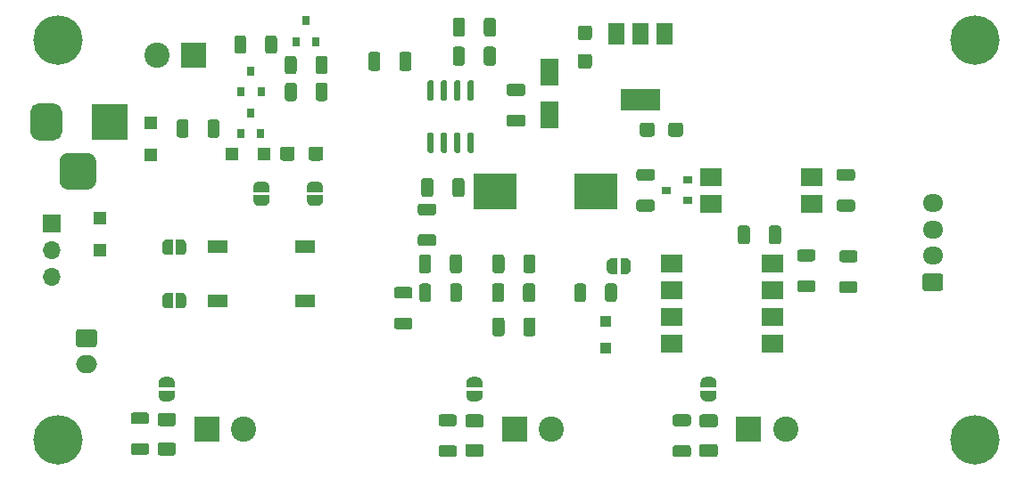
<source format=gbr>
G04 #@! TF.GenerationSoftware,KiCad,Pcbnew,5.1.10-88a1d61d58~90~ubuntu21.04.1*
G04 #@! TF.CreationDate,2021-08-23T14:43:40+02:00*
G04 #@! TF.ProjectId,DccDecoder,44636344-6563-46f6-9465-722e6b696361,rev?*
G04 #@! TF.SameCoordinates,Original*
G04 #@! TF.FileFunction,Soldermask,Top*
G04 #@! TF.FilePolarity,Negative*
%FSLAX46Y46*%
G04 Gerber Fmt 4.6, Leading zero omitted, Abs format (unit mm)*
G04 Created by KiCad (PCBNEW 5.1.10-88a1d61d58~90~ubuntu21.04.1) date 2021-08-23 14:43:40*
%MOMM*%
%LPD*%
G01*
G04 APERTURE LIST*
%ADD10R,1.220000X1.150000*%
%ADD11C,2.400000*%
%ADD12R,2.400000X2.400000*%
%ADD13C,4.700000*%
%ADD14C,0.100000*%
%ADD15O,1.950000X1.700000*%
%ADD16R,1.800000X2.500000*%
%ADD17R,1.000000X1.000000*%
%ADD18R,0.800000X0.900000*%
%ADD19R,4.100000X3.500000*%
%ADD20R,1.150000X1.220000*%
%ADD21R,3.500000X3.500000*%
%ADD22R,1.900000X1.200000*%
%ADD23R,1.500000X2.000000*%
%ADD24R,3.800000X2.000000*%
%ADD25O,1.700000X1.700000*%
%ADD26R,1.700000X1.700000*%
%ADD27R,2.000000X1.780000*%
%ADD28R,0.900000X0.800000*%
%ADD29O,2.000000X1.700000*%
G04 APERTURE END LIST*
G36*
G01*
X36372500Y-31759998D02*
X36372500Y-33010002D01*
G75*
G02*
X36122502Y-33260000I-249998J0D01*
G01*
X35497498Y-33260000D01*
G75*
G02*
X35247500Y-33010002I0J249998D01*
G01*
X35247500Y-31759998D01*
G75*
G02*
X35497498Y-31510000I249998J0D01*
G01*
X36122502Y-31510000D01*
G75*
G02*
X36372500Y-31759998I0J-249998D01*
G01*
G37*
G36*
G01*
X39297500Y-31759998D02*
X39297500Y-33010002D01*
G75*
G02*
X39047502Y-33260000I-249998J0D01*
G01*
X38422498Y-33260000D01*
G75*
G02*
X38172500Y-33010002I0J249998D01*
G01*
X38172500Y-31759998D01*
G75*
G02*
X38422498Y-31510000I249998J0D01*
G01*
X39047502Y-31510000D01*
G75*
G02*
X39297500Y-31759998I0J-249998D01*
G01*
G37*
D10*
X32800000Y-31825000D03*
X32800000Y-34925000D03*
D11*
X33330000Y-25400000D03*
D12*
X36830000Y-25400000D03*
G36*
G01*
X34915000Y-60690000D02*
X33665000Y-60690000D01*
G75*
G02*
X33415000Y-60440000I0J250000D01*
G01*
X33415000Y-59690000D01*
G75*
G02*
X33665000Y-59440000I250000J0D01*
G01*
X34915000Y-59440000D01*
G75*
G02*
X35165000Y-59690000I0J-250000D01*
G01*
X35165000Y-60440000D01*
G75*
G02*
X34915000Y-60690000I-250000J0D01*
G01*
G37*
G36*
G01*
X34915000Y-63490000D02*
X33665000Y-63490000D01*
G75*
G02*
X33415000Y-63240000I0J250000D01*
G01*
X33415000Y-62490000D01*
G75*
G02*
X33665000Y-62240000I250000J0D01*
G01*
X34915000Y-62240000D01*
G75*
G02*
X35165000Y-62490000I0J-250000D01*
G01*
X35165000Y-63240000D01*
G75*
G02*
X34915000Y-63490000I-250000J0D01*
G01*
G37*
D11*
X41600000Y-60960000D03*
D12*
X38100000Y-60960000D03*
D11*
X93035000Y-60960000D03*
D12*
X89535000Y-60960000D03*
D11*
X70810000Y-60960000D03*
D12*
X67310000Y-60960000D03*
D10*
X27940000Y-40868000D03*
X27940000Y-43968000D03*
D13*
X24000000Y-24000000D03*
D14*
G36*
X77866000Y-44716602D02*
G01*
X77890534Y-44716602D01*
X77939365Y-44721412D01*
X77987490Y-44730984D01*
X78034445Y-44745228D01*
X78079778Y-44764005D01*
X78123051Y-44787136D01*
X78163850Y-44814396D01*
X78201779Y-44845524D01*
X78236476Y-44880221D01*
X78267604Y-44918150D01*
X78294864Y-44958949D01*
X78317995Y-45002222D01*
X78336772Y-45047555D01*
X78351016Y-45094510D01*
X78360588Y-45142635D01*
X78365398Y-45191466D01*
X78365398Y-45216000D01*
X78366000Y-45216000D01*
X78366000Y-45716000D01*
X78365398Y-45716000D01*
X78365398Y-45740534D01*
X78360588Y-45789365D01*
X78351016Y-45837490D01*
X78336772Y-45884445D01*
X78317995Y-45929778D01*
X78294864Y-45973051D01*
X78267604Y-46013850D01*
X78236476Y-46051779D01*
X78201779Y-46086476D01*
X78163850Y-46117604D01*
X78123051Y-46144864D01*
X78079778Y-46167995D01*
X78034445Y-46186772D01*
X77987490Y-46201016D01*
X77939365Y-46210588D01*
X77890534Y-46215398D01*
X77866000Y-46215398D01*
X77866000Y-46216000D01*
X77366000Y-46216000D01*
X77366000Y-44716000D01*
X77866000Y-44716000D01*
X77866000Y-44716602D01*
G37*
G36*
X77066000Y-46216000D02*
G01*
X76566000Y-46216000D01*
X76566000Y-46215398D01*
X76541466Y-46215398D01*
X76492635Y-46210588D01*
X76444510Y-46201016D01*
X76397555Y-46186772D01*
X76352222Y-46167995D01*
X76308949Y-46144864D01*
X76268150Y-46117604D01*
X76230221Y-46086476D01*
X76195524Y-46051779D01*
X76164396Y-46013850D01*
X76137136Y-45973051D01*
X76114005Y-45929778D01*
X76095228Y-45884445D01*
X76080984Y-45837490D01*
X76071412Y-45789365D01*
X76066602Y-45740534D01*
X76066602Y-45716000D01*
X76066000Y-45716000D01*
X76066000Y-45216000D01*
X76066602Y-45216000D01*
X76066602Y-45191466D01*
X76071412Y-45142635D01*
X76080984Y-45094510D01*
X76095228Y-45047555D01*
X76114005Y-45002222D01*
X76137136Y-44958949D01*
X76164396Y-44918150D01*
X76195524Y-44880221D01*
X76230221Y-44845524D01*
X76268150Y-44814396D01*
X76308949Y-44787136D01*
X76352222Y-44764005D01*
X76397555Y-44745228D01*
X76444510Y-44730984D01*
X76492635Y-44721412D01*
X76541466Y-44716602D01*
X76566000Y-44716602D01*
X76566000Y-44716000D01*
X77066000Y-44716000D01*
X77066000Y-46216000D01*
G37*
D15*
X107000000Y-39500000D03*
X107000000Y-42000000D03*
X107000000Y-44500000D03*
G36*
G01*
X107725000Y-47850000D02*
X106275000Y-47850000D01*
G75*
G02*
X106025000Y-47600000I0J250000D01*
G01*
X106025000Y-46400000D01*
G75*
G02*
X106275000Y-46150000I250000J0D01*
G01*
X107725000Y-46150000D01*
G75*
G02*
X107975000Y-46400000I0J-250000D01*
G01*
X107975000Y-47600000D01*
G75*
G02*
X107725000Y-47850000I-250000J0D01*
G01*
G37*
D16*
X70612000Y-27051500D03*
X70612000Y-31051500D03*
D17*
X76000000Y-53250000D03*
X76000000Y-50750000D03*
G36*
G01*
X43637500Y-25025001D02*
X43637500Y-23774999D01*
G75*
G02*
X43887499Y-23525000I249999J0D01*
G01*
X44512501Y-23525000D01*
G75*
G02*
X44762500Y-23774999I0J-249999D01*
G01*
X44762500Y-25025001D01*
G75*
G02*
X44512501Y-25275000I-249999J0D01*
G01*
X43887499Y-25275000D01*
G75*
G02*
X43637500Y-25025001I0J249999D01*
G01*
G37*
G36*
G01*
X40712500Y-25025001D02*
X40712500Y-23774999D01*
G75*
G02*
X40962499Y-23525000I249999J0D01*
G01*
X41587501Y-23525000D01*
G75*
G02*
X41837500Y-23774999I0J-249999D01*
G01*
X41837500Y-25025001D01*
G75*
G02*
X41587501Y-25275000I-249999J0D01*
G01*
X40962499Y-25275000D01*
G75*
G02*
X40712500Y-25025001I0J249999D01*
G01*
G37*
G36*
G01*
X46637500Y-28274999D02*
X46637500Y-29525001D01*
G75*
G02*
X46387501Y-29775000I-249999J0D01*
G01*
X45762499Y-29775000D01*
G75*
G02*
X45512500Y-29525001I0J249999D01*
G01*
X45512500Y-28274999D01*
G75*
G02*
X45762499Y-28025000I249999J0D01*
G01*
X46387501Y-28025000D01*
G75*
G02*
X46637500Y-28274999I0J-249999D01*
G01*
G37*
G36*
G01*
X49562500Y-28274999D02*
X49562500Y-29525001D01*
G75*
G02*
X49312501Y-29775000I-249999J0D01*
G01*
X48687499Y-29775000D01*
G75*
G02*
X48437500Y-29525001I0J249999D01*
G01*
X48437500Y-28274999D01*
G75*
G02*
X48687499Y-28025000I249999J0D01*
G01*
X49312501Y-28025000D01*
G75*
G02*
X49562500Y-28274999I0J-249999D01*
G01*
G37*
D18*
X42300000Y-26900000D03*
X43250000Y-28900000D03*
X41350000Y-28900000D03*
D13*
X111000000Y-24000000D03*
X111000000Y-62000000D03*
X24000000Y-62000000D03*
D19*
X75000000Y-38400000D03*
X65500000Y-38400000D03*
G36*
G01*
X58374999Y-42437500D02*
X59625001Y-42437500D01*
G75*
G02*
X59875000Y-42687499I0J-249999D01*
G01*
X59875000Y-43312501D01*
G75*
G02*
X59625001Y-43562500I-249999J0D01*
G01*
X58374999Y-43562500D01*
G75*
G02*
X58125000Y-43312501I0J249999D01*
G01*
X58125000Y-42687499D01*
G75*
G02*
X58374999Y-42437500I249999J0D01*
G01*
G37*
G36*
G01*
X58374999Y-39512500D02*
X59625001Y-39512500D01*
G75*
G02*
X59875000Y-39762499I0J-249999D01*
G01*
X59875000Y-40387501D01*
G75*
G02*
X59625001Y-40637500I-249999J0D01*
G01*
X58374999Y-40637500D01*
G75*
G02*
X58125000Y-40387501I0J249999D01*
G01*
X58125000Y-39762499D01*
G75*
G02*
X58374999Y-39512500I249999J0D01*
G01*
G37*
G36*
G01*
X61187500Y-48625001D02*
X61187500Y-47374999D01*
G75*
G02*
X61437499Y-47125000I249999J0D01*
G01*
X62062501Y-47125000D01*
G75*
G02*
X62312500Y-47374999I0J-249999D01*
G01*
X62312500Y-48625001D01*
G75*
G02*
X62062501Y-48875000I-249999J0D01*
G01*
X61437499Y-48875000D01*
G75*
G02*
X61187500Y-48625001I0J249999D01*
G01*
G37*
G36*
G01*
X58262500Y-48625001D02*
X58262500Y-47374999D01*
G75*
G02*
X58512499Y-47125000I249999J0D01*
G01*
X59137501Y-47125000D01*
G75*
G02*
X59387500Y-47374999I0J-249999D01*
G01*
X59387500Y-48625001D01*
G75*
G02*
X59137501Y-48875000I-249999J0D01*
G01*
X58512499Y-48875000D01*
G75*
G02*
X58262500Y-48625001I0J249999D01*
G01*
G37*
G36*
G01*
X57375001Y-48562500D02*
X56124999Y-48562500D01*
G75*
G02*
X55875000Y-48312501I0J249999D01*
G01*
X55875000Y-47687499D01*
G75*
G02*
X56124999Y-47437500I249999J0D01*
G01*
X57375001Y-47437500D01*
G75*
G02*
X57625000Y-47687499I0J-249999D01*
G01*
X57625000Y-48312501D01*
G75*
G02*
X57375001Y-48562500I-249999J0D01*
G01*
G37*
G36*
G01*
X57375001Y-51487500D02*
X56124999Y-51487500D01*
G75*
G02*
X55875000Y-51237501I0J249999D01*
G01*
X55875000Y-50612499D01*
G75*
G02*
X56124999Y-50362500I249999J0D01*
G01*
X57375001Y-50362500D01*
G75*
G02*
X57625000Y-50612499I0J-249999D01*
G01*
X57625000Y-51237501D01*
G75*
G02*
X57375001Y-51487500I-249999J0D01*
G01*
G37*
G36*
G01*
X66325000Y-47349999D02*
X66325000Y-48650001D01*
G75*
G02*
X66075001Y-48900000I-249999J0D01*
G01*
X65424999Y-48900000D01*
G75*
G02*
X65175000Y-48650001I0J249999D01*
G01*
X65175000Y-47349999D01*
G75*
G02*
X65424999Y-47100000I249999J0D01*
G01*
X66075001Y-47100000D01*
G75*
G02*
X66325000Y-47349999I0J-249999D01*
G01*
G37*
G36*
G01*
X69275000Y-47349999D02*
X69275000Y-48650001D01*
G75*
G02*
X69025001Y-48900000I-249999J0D01*
G01*
X68374999Y-48900000D01*
G75*
G02*
X68125000Y-48650001I0J249999D01*
G01*
X68125000Y-47349999D01*
G75*
G02*
X68374999Y-47100000I249999J0D01*
G01*
X69025001Y-47100000D01*
G75*
G02*
X69275000Y-47349999I0J-249999D01*
G01*
G37*
G36*
G01*
X63005000Y-32750000D02*
X63305000Y-32750000D01*
G75*
G02*
X63455000Y-32900000I0J-150000D01*
G01*
X63455000Y-34550000D01*
G75*
G02*
X63305000Y-34700000I-150000J0D01*
G01*
X63005000Y-34700000D01*
G75*
G02*
X62855000Y-34550000I0J150000D01*
G01*
X62855000Y-32900000D01*
G75*
G02*
X63005000Y-32750000I150000J0D01*
G01*
G37*
G36*
G01*
X61735000Y-32750000D02*
X62035000Y-32750000D01*
G75*
G02*
X62185000Y-32900000I0J-150000D01*
G01*
X62185000Y-34550000D01*
G75*
G02*
X62035000Y-34700000I-150000J0D01*
G01*
X61735000Y-34700000D01*
G75*
G02*
X61585000Y-34550000I0J150000D01*
G01*
X61585000Y-32900000D01*
G75*
G02*
X61735000Y-32750000I150000J0D01*
G01*
G37*
G36*
G01*
X60465000Y-32750000D02*
X60765000Y-32750000D01*
G75*
G02*
X60915000Y-32900000I0J-150000D01*
G01*
X60915000Y-34550000D01*
G75*
G02*
X60765000Y-34700000I-150000J0D01*
G01*
X60465000Y-34700000D01*
G75*
G02*
X60315000Y-34550000I0J150000D01*
G01*
X60315000Y-32900000D01*
G75*
G02*
X60465000Y-32750000I150000J0D01*
G01*
G37*
G36*
G01*
X59195000Y-32750000D02*
X59495000Y-32750000D01*
G75*
G02*
X59645000Y-32900000I0J-150000D01*
G01*
X59645000Y-34550000D01*
G75*
G02*
X59495000Y-34700000I-150000J0D01*
G01*
X59195000Y-34700000D01*
G75*
G02*
X59045000Y-34550000I0J150000D01*
G01*
X59045000Y-32900000D01*
G75*
G02*
X59195000Y-32750000I150000J0D01*
G01*
G37*
G36*
G01*
X59195000Y-27800000D02*
X59495000Y-27800000D01*
G75*
G02*
X59645000Y-27950000I0J-150000D01*
G01*
X59645000Y-29600000D01*
G75*
G02*
X59495000Y-29750000I-150000J0D01*
G01*
X59195000Y-29750000D01*
G75*
G02*
X59045000Y-29600000I0J150000D01*
G01*
X59045000Y-27950000D01*
G75*
G02*
X59195000Y-27800000I150000J0D01*
G01*
G37*
G36*
G01*
X60465000Y-27800000D02*
X60765000Y-27800000D01*
G75*
G02*
X60915000Y-27950000I0J-150000D01*
G01*
X60915000Y-29600000D01*
G75*
G02*
X60765000Y-29750000I-150000J0D01*
G01*
X60465000Y-29750000D01*
G75*
G02*
X60315000Y-29600000I0J150000D01*
G01*
X60315000Y-27950000D01*
G75*
G02*
X60465000Y-27800000I150000J0D01*
G01*
G37*
G36*
G01*
X61735000Y-27800000D02*
X62035000Y-27800000D01*
G75*
G02*
X62185000Y-27950000I0J-150000D01*
G01*
X62185000Y-29600000D01*
G75*
G02*
X62035000Y-29750000I-150000J0D01*
G01*
X61735000Y-29750000D01*
G75*
G02*
X61585000Y-29600000I0J150000D01*
G01*
X61585000Y-27950000D01*
G75*
G02*
X61735000Y-27800000I150000J0D01*
G01*
G37*
G36*
G01*
X63005000Y-27800000D02*
X63305000Y-27800000D01*
G75*
G02*
X63455000Y-27950000I0J-150000D01*
G01*
X63455000Y-29600000D01*
G75*
G02*
X63305000Y-29750000I-150000J0D01*
G01*
X63005000Y-29750000D01*
G75*
G02*
X62855000Y-29600000I0J150000D01*
G01*
X62855000Y-27950000D01*
G75*
G02*
X63005000Y-27800000I150000J0D01*
G01*
G37*
D20*
X40470000Y-34770000D03*
X43570000Y-34770000D03*
G36*
G01*
X66350000Y-44599999D02*
X66350000Y-45900001D01*
G75*
G02*
X66100001Y-46150000I-249999J0D01*
G01*
X65449999Y-46150000D01*
G75*
G02*
X65200000Y-45900001I0J249999D01*
G01*
X65200000Y-44599999D01*
G75*
G02*
X65449999Y-44350000I249999J0D01*
G01*
X66100001Y-44350000D01*
G75*
G02*
X66350000Y-44599999I0J-249999D01*
G01*
G37*
G36*
G01*
X69300000Y-44599999D02*
X69300000Y-45900001D01*
G75*
G02*
X69050001Y-46150000I-249999J0D01*
G01*
X68399999Y-46150000D01*
G75*
G02*
X68150000Y-45900001I0J249999D01*
G01*
X68150000Y-44599999D01*
G75*
G02*
X68399999Y-44350000I249999J0D01*
G01*
X69050001Y-44350000D01*
G75*
G02*
X69300000Y-44599999I0J-249999D01*
G01*
G37*
G36*
G01*
X54575000Y-25349999D02*
X54575000Y-26650001D01*
G75*
G02*
X54325001Y-26900000I-249999J0D01*
G01*
X53674999Y-26900000D01*
G75*
G02*
X53425000Y-26650001I0J249999D01*
G01*
X53425000Y-25349999D01*
G75*
G02*
X53674999Y-25100000I249999J0D01*
G01*
X54325001Y-25100000D01*
G75*
G02*
X54575000Y-25349999I0J-249999D01*
G01*
G37*
G36*
G01*
X57525000Y-25349999D02*
X57525000Y-26650001D01*
G75*
G02*
X57275001Y-26900000I-249999J0D01*
G01*
X56624999Y-26900000D01*
G75*
G02*
X56375000Y-26650001I0J249999D01*
G01*
X56375000Y-25349999D01*
G75*
G02*
X56624999Y-25100000I249999J0D01*
G01*
X57275001Y-25100000D01*
G75*
G02*
X57525000Y-25349999I0J-249999D01*
G01*
G37*
G36*
G01*
X61175000Y-45900001D02*
X61175000Y-44599999D01*
G75*
G02*
X61424999Y-44350000I249999J0D01*
G01*
X62075001Y-44350000D01*
G75*
G02*
X62325000Y-44599999I0J-249999D01*
G01*
X62325000Y-45900001D01*
G75*
G02*
X62075001Y-46150000I-249999J0D01*
G01*
X61424999Y-46150000D01*
G75*
G02*
X61175000Y-45900001I0J249999D01*
G01*
G37*
G36*
G01*
X58225000Y-45900001D02*
X58225000Y-44599999D01*
G75*
G02*
X58474999Y-44350000I249999J0D01*
G01*
X59125001Y-44350000D01*
G75*
G02*
X59375000Y-44599999I0J-249999D01*
G01*
X59375000Y-45900001D01*
G75*
G02*
X59125001Y-46150000I-249999J0D01*
G01*
X58474999Y-46150000D01*
G75*
G02*
X58225000Y-45900001I0J249999D01*
G01*
G37*
G36*
G01*
X64400000Y-23400001D02*
X64400000Y-22099999D01*
G75*
G02*
X64649999Y-21850000I249999J0D01*
G01*
X65300001Y-21850000D01*
G75*
G02*
X65550000Y-22099999I0J-249999D01*
G01*
X65550000Y-23400001D01*
G75*
G02*
X65300001Y-23650000I-249999J0D01*
G01*
X64649999Y-23650000D01*
G75*
G02*
X64400000Y-23400001I0J249999D01*
G01*
G37*
G36*
G01*
X61450000Y-23400001D02*
X61450000Y-22099999D01*
G75*
G02*
X61699999Y-21850000I249999J0D01*
G01*
X62350001Y-21850000D01*
G75*
G02*
X62600000Y-22099999I0J-249999D01*
G01*
X62600000Y-23400001D01*
G75*
G02*
X62350001Y-23650000I-249999J0D01*
G01*
X61699999Y-23650000D01*
G75*
G02*
X61450000Y-23400001I0J249999D01*
G01*
G37*
G36*
G01*
X61400000Y-38650001D02*
X61400000Y-37349999D01*
G75*
G02*
X61649999Y-37100000I249999J0D01*
G01*
X62300001Y-37100000D01*
G75*
G02*
X62550000Y-37349999I0J-249999D01*
G01*
X62550000Y-38650001D01*
G75*
G02*
X62300001Y-38900000I-249999J0D01*
G01*
X61649999Y-38900000D01*
G75*
G02*
X61400000Y-38650001I0J249999D01*
G01*
G37*
G36*
G01*
X58450000Y-38650001D02*
X58450000Y-37349999D01*
G75*
G02*
X58699999Y-37100000I249999J0D01*
G01*
X59350001Y-37100000D01*
G75*
G02*
X59600000Y-37349999I0J-249999D01*
G01*
X59600000Y-38650001D01*
G75*
G02*
X59350001Y-38900000I-249999J0D01*
G01*
X58699999Y-38900000D01*
G75*
G02*
X58450000Y-38650001I0J249999D01*
G01*
G37*
G36*
G01*
X99625001Y-45100000D02*
X98374999Y-45100000D01*
G75*
G02*
X98125000Y-44850001I0J249999D01*
G01*
X98125000Y-44224999D01*
G75*
G02*
X98374999Y-43975000I249999J0D01*
G01*
X99625001Y-43975000D01*
G75*
G02*
X99875000Y-44224999I0J-249999D01*
G01*
X99875000Y-44850001D01*
G75*
G02*
X99625001Y-45100000I-249999J0D01*
G01*
G37*
G36*
G01*
X99625001Y-48025000D02*
X98374999Y-48025000D01*
G75*
G02*
X98125000Y-47775001I0J249999D01*
G01*
X98125000Y-47149999D01*
G75*
G02*
X98374999Y-46900000I249999J0D01*
G01*
X99625001Y-46900000D01*
G75*
G02*
X99875000Y-47149999I0J-249999D01*
G01*
X99875000Y-47775001D01*
G75*
G02*
X99625001Y-48025000I-249999J0D01*
G01*
G37*
G36*
G01*
X95625001Y-45012500D02*
X94374999Y-45012500D01*
G75*
G02*
X94125000Y-44762501I0J249999D01*
G01*
X94125000Y-44137499D01*
G75*
G02*
X94374999Y-43887500I249999J0D01*
G01*
X95625001Y-43887500D01*
G75*
G02*
X95875000Y-44137499I0J-249999D01*
G01*
X95875000Y-44762501D01*
G75*
G02*
X95625001Y-45012500I-249999J0D01*
G01*
G37*
G36*
G01*
X95625001Y-47937500D02*
X94374999Y-47937500D01*
G75*
G02*
X94125000Y-47687501I0J249999D01*
G01*
X94125000Y-47062499D01*
G75*
G02*
X94374999Y-46812500I249999J0D01*
G01*
X95625001Y-46812500D01*
G75*
G02*
X95875000Y-47062499I0J-249999D01*
G01*
X95875000Y-47687501D01*
G75*
G02*
X95625001Y-47937500I-249999J0D01*
G01*
G37*
G36*
G01*
X98124999Y-39150000D02*
X99375001Y-39150000D01*
G75*
G02*
X99625000Y-39399999I0J-249999D01*
G01*
X99625000Y-40025001D01*
G75*
G02*
X99375001Y-40275000I-249999J0D01*
G01*
X98124999Y-40275000D01*
G75*
G02*
X97875000Y-40025001I0J249999D01*
G01*
X97875000Y-39399999D01*
G75*
G02*
X98124999Y-39150000I249999J0D01*
G01*
G37*
G36*
G01*
X98124999Y-36225000D02*
X99375001Y-36225000D01*
G75*
G02*
X99625000Y-36474999I0J-249999D01*
G01*
X99625000Y-37100001D01*
G75*
G02*
X99375001Y-37350000I-249999J0D01*
G01*
X98124999Y-37350000D01*
G75*
G02*
X97875000Y-37100001I0J249999D01*
G01*
X97875000Y-36474999D01*
G75*
G02*
X98124999Y-36225000I249999J0D01*
G01*
G37*
G36*
G01*
X74100000Y-47374999D02*
X74100000Y-48625001D01*
G75*
G02*
X73850001Y-48875000I-249999J0D01*
G01*
X73224999Y-48875000D01*
G75*
G02*
X72975000Y-48625001I0J249999D01*
G01*
X72975000Y-47374999D01*
G75*
G02*
X73224999Y-47125000I249999J0D01*
G01*
X73850001Y-47125000D01*
G75*
G02*
X74100000Y-47374999I0J-249999D01*
G01*
G37*
G36*
G01*
X77025000Y-47374999D02*
X77025000Y-48625001D01*
G75*
G02*
X76775001Y-48875000I-249999J0D01*
G01*
X76149999Y-48875000D01*
G75*
G02*
X75900000Y-48625001I0J249999D01*
G01*
X75900000Y-47374999D01*
G75*
G02*
X76149999Y-47125000I249999J0D01*
G01*
X76775001Y-47125000D01*
G75*
G02*
X77025000Y-47374999I0J-249999D01*
G01*
G37*
G36*
G01*
X47750000Y-35195001D02*
X47750000Y-34344999D01*
G75*
G02*
X47999999Y-34095000I249999J0D01*
G01*
X48900001Y-34095000D01*
G75*
G02*
X49150000Y-34344999I0J-249999D01*
G01*
X49150000Y-35195001D01*
G75*
G02*
X48900001Y-35445000I-249999J0D01*
G01*
X47999999Y-35445000D01*
G75*
G02*
X47750000Y-35195001I0J249999D01*
G01*
G37*
G36*
G01*
X45050000Y-35195001D02*
X45050000Y-34344999D01*
G75*
G02*
X45299999Y-34095000I249999J0D01*
G01*
X46200001Y-34095000D01*
G75*
G02*
X46450000Y-34344999I0J-249999D01*
G01*
X46450000Y-35195001D01*
G75*
G02*
X46200001Y-35445000I-249999J0D01*
G01*
X45299999Y-35445000D01*
G75*
G02*
X45050000Y-35195001I0J249999D01*
G01*
G37*
G36*
G01*
X89650000Y-41849999D02*
X89650000Y-43150001D01*
G75*
G02*
X89400001Y-43400000I-249999J0D01*
G01*
X88749999Y-43400000D01*
G75*
G02*
X88500000Y-43150001I0J249999D01*
G01*
X88500000Y-41849999D01*
G75*
G02*
X88749999Y-41600000I249999J0D01*
G01*
X89400001Y-41600000D01*
G75*
G02*
X89650000Y-41849999I0J-249999D01*
G01*
G37*
G36*
G01*
X92600000Y-41849999D02*
X92600000Y-43150001D01*
G75*
G02*
X92350001Y-43400000I-249999J0D01*
G01*
X91699999Y-43400000D01*
G75*
G02*
X91450000Y-43150001I0J249999D01*
G01*
X91450000Y-41849999D01*
G75*
G02*
X91699999Y-41600000I249999J0D01*
G01*
X92350001Y-41600000D01*
G75*
G02*
X92600000Y-41849999I0J-249999D01*
G01*
G37*
G36*
G01*
X83810002Y-60695000D02*
X82559998Y-60695000D01*
G75*
G02*
X82310000Y-60445002I0J249998D01*
G01*
X82310000Y-59819998D01*
G75*
G02*
X82559998Y-59570000I249998J0D01*
G01*
X83810002Y-59570000D01*
G75*
G02*
X84060000Y-59819998I0J-249998D01*
G01*
X84060000Y-60445002D01*
G75*
G02*
X83810002Y-60695000I-249998J0D01*
G01*
G37*
G36*
G01*
X83810002Y-63620000D02*
X82559998Y-63620000D01*
G75*
G02*
X82310000Y-63370002I0J249998D01*
G01*
X82310000Y-62744998D01*
G75*
G02*
X82559998Y-62495000I249998J0D01*
G01*
X83810002Y-62495000D01*
G75*
G02*
X84060000Y-62744998I0J-249998D01*
G01*
X84060000Y-63370002D01*
G75*
G02*
X83810002Y-63620000I-249998J0D01*
G01*
G37*
G36*
G01*
X66350000Y-50599999D02*
X66350000Y-51900001D01*
G75*
G02*
X66100001Y-52150000I-249999J0D01*
G01*
X65449999Y-52150000D01*
G75*
G02*
X65200000Y-51900001I0J249999D01*
G01*
X65200000Y-50599999D01*
G75*
G02*
X65449999Y-50350000I249999J0D01*
G01*
X66100001Y-50350000D01*
G75*
G02*
X66350000Y-50599999I0J-249999D01*
G01*
G37*
G36*
G01*
X69300000Y-50599999D02*
X69300000Y-51900001D01*
G75*
G02*
X69050001Y-52150000I-249999J0D01*
G01*
X68399999Y-52150000D01*
G75*
G02*
X68150000Y-51900001I0J249999D01*
G01*
X68150000Y-50599999D01*
G75*
G02*
X68399999Y-50350000I249999J0D01*
G01*
X69050001Y-50350000D01*
G75*
G02*
X69300000Y-50599999I0J-249999D01*
G01*
G37*
G36*
G01*
X66799999Y-31075000D02*
X68100001Y-31075000D01*
G75*
G02*
X68350000Y-31324999I0J-249999D01*
G01*
X68350000Y-31975001D01*
G75*
G02*
X68100001Y-32225000I-249999J0D01*
G01*
X66799999Y-32225000D01*
G75*
G02*
X66550000Y-31975001I0J249999D01*
G01*
X66550000Y-31324999D01*
G75*
G02*
X66799999Y-31075000I249999J0D01*
G01*
G37*
G36*
G01*
X66799999Y-28125000D02*
X68100001Y-28125000D01*
G75*
G02*
X68350000Y-28374999I0J-249999D01*
G01*
X68350000Y-29025001D01*
G75*
G02*
X68100001Y-29275000I-249999J0D01*
G01*
X66799999Y-29275000D01*
G75*
G02*
X66550000Y-29025001I0J249999D01*
G01*
X66550000Y-28374999D01*
G75*
G02*
X66799999Y-28125000I249999J0D01*
G01*
G37*
G36*
G01*
X64400000Y-26150001D02*
X64400000Y-24849999D01*
G75*
G02*
X64649999Y-24600000I249999J0D01*
G01*
X65300001Y-24600000D01*
G75*
G02*
X65550000Y-24849999I0J-249999D01*
G01*
X65550000Y-26150001D01*
G75*
G02*
X65300001Y-26400000I-249999J0D01*
G01*
X64649999Y-26400000D01*
G75*
G02*
X64400000Y-26150001I0J249999D01*
G01*
G37*
G36*
G01*
X61450000Y-26150001D02*
X61450000Y-24849999D01*
G75*
G02*
X61699999Y-24600000I249999J0D01*
G01*
X62350001Y-24600000D01*
G75*
G02*
X62600000Y-24849999I0J-249999D01*
G01*
X62600000Y-26150001D01*
G75*
G02*
X62350001Y-26400000I-249999J0D01*
G01*
X61699999Y-26400000D01*
G75*
G02*
X61450000Y-26150001I0J249999D01*
G01*
G37*
G36*
G01*
X24110000Y-37325000D02*
X24110000Y-35575000D01*
G75*
G02*
X24985000Y-34700000I875000J0D01*
G01*
X26735000Y-34700000D01*
G75*
G02*
X27610000Y-35575000I0J-875000D01*
G01*
X27610000Y-37325000D01*
G75*
G02*
X26735000Y-38200000I-875000J0D01*
G01*
X24985000Y-38200000D01*
G75*
G02*
X24110000Y-37325000I0J875000D01*
G01*
G37*
G36*
G01*
X21360000Y-32750000D02*
X21360000Y-30750000D01*
G75*
G02*
X22110000Y-30000000I750000J0D01*
G01*
X23610000Y-30000000D01*
G75*
G02*
X24360000Y-30750000I0J-750000D01*
G01*
X24360000Y-32750000D01*
G75*
G02*
X23610000Y-33500000I-750000J0D01*
G01*
X22110000Y-33500000D01*
G75*
G02*
X21360000Y-32750000I0J750000D01*
G01*
G37*
D21*
X28860000Y-31750000D03*
G36*
G01*
X61585002Y-60695000D02*
X60334998Y-60695000D01*
G75*
G02*
X60085000Y-60445002I0J249998D01*
G01*
X60085000Y-59819998D01*
G75*
G02*
X60334998Y-59570000I249998J0D01*
G01*
X61585002Y-59570000D01*
G75*
G02*
X61835000Y-59819998I0J-249998D01*
G01*
X61835000Y-60445002D01*
G75*
G02*
X61585002Y-60695000I-249998J0D01*
G01*
G37*
G36*
G01*
X61585002Y-63620000D02*
X60334998Y-63620000D01*
G75*
G02*
X60085000Y-63370002I0J249998D01*
G01*
X60085000Y-62744998D01*
G75*
G02*
X60334998Y-62495000I249998J0D01*
G01*
X61585002Y-62495000D01*
G75*
G02*
X61835000Y-62744998I0J-249998D01*
G01*
X61835000Y-63370002D01*
G75*
G02*
X61585002Y-63620000I-249998J0D01*
G01*
G37*
G36*
G01*
X32375002Y-60502500D02*
X31124998Y-60502500D01*
G75*
G02*
X30875000Y-60252502I0J249998D01*
G01*
X30875000Y-59627498D01*
G75*
G02*
X31124998Y-59377500I249998J0D01*
G01*
X32375002Y-59377500D01*
G75*
G02*
X32625000Y-59627498I0J-249998D01*
G01*
X32625000Y-60252502D01*
G75*
G02*
X32375002Y-60502500I-249998J0D01*
G01*
G37*
G36*
G01*
X32375002Y-63427500D02*
X31124998Y-63427500D01*
G75*
G02*
X30875000Y-63177502I0J249998D01*
G01*
X30875000Y-62552498D01*
G75*
G02*
X31124998Y-62302500I249998J0D01*
G01*
X32375002Y-62302500D01*
G75*
G02*
X32625000Y-62552498I0J-249998D01*
G01*
X32625000Y-63177502D01*
G75*
G02*
X32375002Y-63427500I-249998J0D01*
G01*
G37*
D14*
G36*
X64250000Y-57315000D02*
G01*
X64250000Y-57815000D01*
X64249398Y-57815000D01*
X64249398Y-57839534D01*
X64244588Y-57888365D01*
X64235016Y-57936490D01*
X64220772Y-57983445D01*
X64201995Y-58028778D01*
X64178864Y-58072051D01*
X64151604Y-58112850D01*
X64120476Y-58150779D01*
X64085779Y-58185476D01*
X64047850Y-58216604D01*
X64007051Y-58243864D01*
X63963778Y-58266995D01*
X63918445Y-58285772D01*
X63871490Y-58300016D01*
X63823365Y-58309588D01*
X63774534Y-58314398D01*
X63750000Y-58314398D01*
X63750000Y-58315000D01*
X63250000Y-58315000D01*
X63250000Y-58314398D01*
X63225466Y-58314398D01*
X63176635Y-58309588D01*
X63128510Y-58300016D01*
X63081555Y-58285772D01*
X63036222Y-58266995D01*
X62992949Y-58243864D01*
X62952150Y-58216604D01*
X62914221Y-58185476D01*
X62879524Y-58150779D01*
X62848396Y-58112850D01*
X62821136Y-58072051D01*
X62798005Y-58028778D01*
X62779228Y-57983445D01*
X62764984Y-57936490D01*
X62755412Y-57888365D01*
X62750602Y-57839534D01*
X62750602Y-57815000D01*
X62750000Y-57815000D01*
X62750000Y-57315000D01*
X64250000Y-57315000D01*
G37*
G36*
X62750602Y-56515000D02*
G01*
X62750602Y-56490466D01*
X62755412Y-56441635D01*
X62764984Y-56393510D01*
X62779228Y-56346555D01*
X62798005Y-56301222D01*
X62821136Y-56257949D01*
X62848396Y-56217150D01*
X62879524Y-56179221D01*
X62914221Y-56144524D01*
X62952150Y-56113396D01*
X62992949Y-56086136D01*
X63036222Y-56063005D01*
X63081555Y-56044228D01*
X63128510Y-56029984D01*
X63176635Y-56020412D01*
X63225466Y-56015602D01*
X63250000Y-56015602D01*
X63250000Y-56015000D01*
X63750000Y-56015000D01*
X63750000Y-56015602D01*
X63774534Y-56015602D01*
X63823365Y-56020412D01*
X63871490Y-56029984D01*
X63918445Y-56044228D01*
X63963778Y-56063005D01*
X64007051Y-56086136D01*
X64047850Y-56113396D01*
X64085779Y-56144524D01*
X64120476Y-56179221D01*
X64151604Y-56217150D01*
X64178864Y-56257949D01*
X64201995Y-56301222D01*
X64220772Y-56346555D01*
X64235016Y-56393510D01*
X64244588Y-56441635D01*
X64249398Y-56490466D01*
X64249398Y-56515000D01*
X64250000Y-56515000D01*
X64250000Y-57015000D01*
X62750000Y-57015000D01*
X62750000Y-56515000D01*
X62750602Y-56515000D01*
G37*
G36*
X35040000Y-57315000D02*
G01*
X35040000Y-57815000D01*
X35039398Y-57815000D01*
X35039398Y-57839534D01*
X35034588Y-57888365D01*
X35025016Y-57936490D01*
X35010772Y-57983445D01*
X34991995Y-58028778D01*
X34968864Y-58072051D01*
X34941604Y-58112850D01*
X34910476Y-58150779D01*
X34875779Y-58185476D01*
X34837850Y-58216604D01*
X34797051Y-58243864D01*
X34753778Y-58266995D01*
X34708445Y-58285772D01*
X34661490Y-58300016D01*
X34613365Y-58309588D01*
X34564534Y-58314398D01*
X34540000Y-58314398D01*
X34540000Y-58315000D01*
X34040000Y-58315000D01*
X34040000Y-58314398D01*
X34015466Y-58314398D01*
X33966635Y-58309588D01*
X33918510Y-58300016D01*
X33871555Y-58285772D01*
X33826222Y-58266995D01*
X33782949Y-58243864D01*
X33742150Y-58216604D01*
X33704221Y-58185476D01*
X33669524Y-58150779D01*
X33638396Y-58112850D01*
X33611136Y-58072051D01*
X33588005Y-58028778D01*
X33569228Y-57983445D01*
X33554984Y-57936490D01*
X33545412Y-57888365D01*
X33540602Y-57839534D01*
X33540602Y-57815000D01*
X33540000Y-57815000D01*
X33540000Y-57315000D01*
X35040000Y-57315000D01*
G37*
G36*
X33540602Y-56515000D02*
G01*
X33540602Y-56490466D01*
X33545412Y-56441635D01*
X33554984Y-56393510D01*
X33569228Y-56346555D01*
X33588005Y-56301222D01*
X33611136Y-56257949D01*
X33638396Y-56217150D01*
X33669524Y-56179221D01*
X33704221Y-56144524D01*
X33742150Y-56113396D01*
X33782949Y-56086136D01*
X33826222Y-56063005D01*
X33871555Y-56044228D01*
X33918510Y-56029984D01*
X33966635Y-56020412D01*
X34015466Y-56015602D01*
X34040000Y-56015602D01*
X34040000Y-56015000D01*
X34540000Y-56015000D01*
X34540000Y-56015602D01*
X34564534Y-56015602D01*
X34613365Y-56020412D01*
X34661490Y-56029984D01*
X34708445Y-56044228D01*
X34753778Y-56063005D01*
X34797051Y-56086136D01*
X34837850Y-56113396D01*
X34875779Y-56144524D01*
X34910476Y-56179221D01*
X34941604Y-56217150D01*
X34968864Y-56257949D01*
X34991995Y-56301222D01*
X35010772Y-56346555D01*
X35025016Y-56393510D01*
X35034588Y-56441635D01*
X35039398Y-56490466D01*
X35039398Y-56515000D01*
X35040000Y-56515000D01*
X35040000Y-57015000D01*
X33540000Y-57015000D01*
X33540000Y-56515000D01*
X33540602Y-56515000D01*
G37*
G36*
X86475000Y-57315000D02*
G01*
X86475000Y-57815000D01*
X86474398Y-57815000D01*
X86474398Y-57839534D01*
X86469588Y-57888365D01*
X86460016Y-57936490D01*
X86445772Y-57983445D01*
X86426995Y-58028778D01*
X86403864Y-58072051D01*
X86376604Y-58112850D01*
X86345476Y-58150779D01*
X86310779Y-58185476D01*
X86272850Y-58216604D01*
X86232051Y-58243864D01*
X86188778Y-58266995D01*
X86143445Y-58285772D01*
X86096490Y-58300016D01*
X86048365Y-58309588D01*
X85999534Y-58314398D01*
X85975000Y-58314398D01*
X85975000Y-58315000D01*
X85475000Y-58315000D01*
X85475000Y-58314398D01*
X85450466Y-58314398D01*
X85401635Y-58309588D01*
X85353510Y-58300016D01*
X85306555Y-58285772D01*
X85261222Y-58266995D01*
X85217949Y-58243864D01*
X85177150Y-58216604D01*
X85139221Y-58185476D01*
X85104524Y-58150779D01*
X85073396Y-58112850D01*
X85046136Y-58072051D01*
X85023005Y-58028778D01*
X85004228Y-57983445D01*
X84989984Y-57936490D01*
X84980412Y-57888365D01*
X84975602Y-57839534D01*
X84975602Y-57815000D01*
X84975000Y-57815000D01*
X84975000Y-57315000D01*
X86475000Y-57315000D01*
G37*
G36*
X84975602Y-56515000D02*
G01*
X84975602Y-56490466D01*
X84980412Y-56441635D01*
X84989984Y-56393510D01*
X85004228Y-56346555D01*
X85023005Y-56301222D01*
X85046136Y-56257949D01*
X85073396Y-56217150D01*
X85104524Y-56179221D01*
X85139221Y-56144524D01*
X85177150Y-56113396D01*
X85217949Y-56086136D01*
X85261222Y-56063005D01*
X85306555Y-56044228D01*
X85353510Y-56029984D01*
X85401635Y-56020412D01*
X85450466Y-56015602D01*
X85475000Y-56015602D01*
X85475000Y-56015000D01*
X85975000Y-56015000D01*
X85975000Y-56015602D01*
X85999534Y-56015602D01*
X86048365Y-56020412D01*
X86096490Y-56029984D01*
X86143445Y-56044228D01*
X86188778Y-56063005D01*
X86232051Y-56086136D01*
X86272850Y-56113396D01*
X86310779Y-56144524D01*
X86345476Y-56179221D01*
X86376604Y-56217150D01*
X86403864Y-56257949D01*
X86426995Y-56301222D01*
X86445772Y-56346555D01*
X86460016Y-56393510D01*
X86469588Y-56441635D01*
X86474398Y-56490466D01*
X86474398Y-56515000D01*
X86475000Y-56515000D01*
X86475000Y-57015000D01*
X84975000Y-57015000D01*
X84975000Y-56515000D01*
X84975602Y-56515000D01*
G37*
G36*
G01*
X86350000Y-60820000D02*
X85100000Y-60820000D01*
G75*
G02*
X84850000Y-60570000I0J250000D01*
G01*
X84850000Y-59820000D01*
G75*
G02*
X85100000Y-59570000I250000J0D01*
G01*
X86350000Y-59570000D01*
G75*
G02*
X86600000Y-59820000I0J-250000D01*
G01*
X86600000Y-60570000D01*
G75*
G02*
X86350000Y-60820000I-250000J0D01*
G01*
G37*
G36*
G01*
X86350000Y-63620000D02*
X85100000Y-63620000D01*
G75*
G02*
X84850000Y-63370000I0J250000D01*
G01*
X84850000Y-62620000D01*
G75*
G02*
X85100000Y-62370000I250000J0D01*
G01*
X86350000Y-62370000D01*
G75*
G02*
X86600000Y-62620000I0J-250000D01*
G01*
X86600000Y-63370000D01*
G75*
G02*
X86350000Y-63620000I-250000J0D01*
G01*
G37*
G36*
G01*
X64125000Y-60820000D02*
X62875000Y-60820000D01*
G75*
G02*
X62625000Y-60570000I0J250000D01*
G01*
X62625000Y-59820000D01*
G75*
G02*
X62875000Y-59570000I250000J0D01*
G01*
X64125000Y-59570000D01*
G75*
G02*
X64375000Y-59820000I0J-250000D01*
G01*
X64375000Y-60570000D01*
G75*
G02*
X64125000Y-60820000I-250000J0D01*
G01*
G37*
G36*
G01*
X64125000Y-63620000D02*
X62875000Y-63620000D01*
G75*
G02*
X62625000Y-63370000I0J250000D01*
G01*
X62625000Y-62620000D01*
G75*
G02*
X62875000Y-62370000I250000J0D01*
G01*
X64125000Y-62370000D01*
G75*
G02*
X64375000Y-62620000I0J-250000D01*
G01*
X64375000Y-63370000D01*
G75*
G02*
X64125000Y-63620000I-250000J0D01*
G01*
G37*
D22*
X39165580Y-48749590D03*
X39165580Y-43649590D03*
X47415580Y-48749590D03*
X47415580Y-43649590D03*
D23*
X81550000Y-23350000D03*
X76950000Y-23350000D03*
X79250000Y-23350000D03*
D24*
X79250000Y-29650000D03*
G36*
G01*
X46622500Y-25724998D02*
X46622500Y-26975002D01*
G75*
G02*
X46372502Y-27225000I-249998J0D01*
G01*
X45747498Y-27225000D01*
G75*
G02*
X45497500Y-26975002I0J249998D01*
G01*
X45497500Y-25724998D01*
G75*
G02*
X45747498Y-25475000I249998J0D01*
G01*
X46372502Y-25475000D01*
G75*
G02*
X46622500Y-25724998I0J-249998D01*
G01*
G37*
G36*
G01*
X49547500Y-25724998D02*
X49547500Y-26975002D01*
G75*
G02*
X49297502Y-27225000I-249998J0D01*
G01*
X48672498Y-27225000D01*
G75*
G02*
X48422500Y-26975002I0J249998D01*
G01*
X48422500Y-25724998D01*
G75*
G02*
X48672498Y-25475000I249998J0D01*
G01*
X49297502Y-25475000D01*
G75*
G02*
X49547500Y-25724998I0J-249998D01*
G01*
G37*
D18*
X47500000Y-22150000D03*
X48450000Y-24150000D03*
X46550000Y-24150000D03*
X42250000Y-30900000D03*
X43200000Y-32900000D03*
X41300000Y-32900000D03*
D25*
X23368000Y-46482000D03*
X23368000Y-43942000D03*
D26*
X23368000Y-41402000D03*
G36*
G01*
X81900000Y-32925001D02*
X81900000Y-32074999D01*
G75*
G02*
X82149999Y-31825000I249999J0D01*
G01*
X83050001Y-31825000D01*
G75*
G02*
X83300000Y-32074999I0J-249999D01*
G01*
X83300000Y-32925001D01*
G75*
G02*
X83050001Y-33175000I-249999J0D01*
G01*
X82149999Y-33175000D01*
G75*
G02*
X81900000Y-32925001I0J249999D01*
G01*
G37*
G36*
G01*
X79200000Y-32925001D02*
X79200000Y-32074999D01*
G75*
G02*
X79449999Y-31825000I249999J0D01*
G01*
X80350001Y-31825000D01*
G75*
G02*
X80600000Y-32074999I0J-249999D01*
G01*
X80600000Y-32925001D01*
G75*
G02*
X80350001Y-33175000I-249999J0D01*
G01*
X79449999Y-33175000D01*
G75*
G02*
X79200000Y-32925001I0J249999D01*
G01*
G37*
G36*
G01*
X73552499Y-25288000D02*
X74402501Y-25288000D01*
G75*
G02*
X74652500Y-25537999I0J-249999D01*
G01*
X74652500Y-26438001D01*
G75*
G02*
X74402501Y-26688000I-249999J0D01*
G01*
X73552499Y-26688000D01*
G75*
G02*
X73302500Y-26438001I0J249999D01*
G01*
X73302500Y-25537999D01*
G75*
G02*
X73552499Y-25288000I249999J0D01*
G01*
G37*
G36*
G01*
X73552499Y-22588000D02*
X74402501Y-22588000D01*
G75*
G02*
X74652500Y-22837999I0J-249999D01*
G01*
X74652500Y-23738001D01*
G75*
G02*
X74402501Y-23988000I-249999J0D01*
G01*
X73552499Y-23988000D01*
G75*
G02*
X73302500Y-23738001I0J249999D01*
G01*
X73302500Y-22837999D01*
G75*
G02*
X73552499Y-22588000I249999J0D01*
G01*
G37*
D27*
X85985000Y-39520000D03*
X95515000Y-36980000D03*
X85985000Y-36980000D03*
X95515000Y-39520000D03*
X91765000Y-45190000D03*
X82235000Y-52810000D03*
X91765000Y-47730000D03*
X82235000Y-50270000D03*
X91765000Y-50270000D03*
X82235000Y-47730000D03*
X91765000Y-52810000D03*
X82235000Y-45190000D03*
G36*
G01*
X79124998Y-39150000D02*
X80375002Y-39150000D01*
G75*
G02*
X80625000Y-39399998I0J-249998D01*
G01*
X80625000Y-40025002D01*
G75*
G02*
X80375002Y-40275000I-249998J0D01*
G01*
X79124998Y-40275000D01*
G75*
G02*
X78875000Y-40025002I0J249998D01*
G01*
X78875000Y-39399998D01*
G75*
G02*
X79124998Y-39150000I249998J0D01*
G01*
G37*
G36*
G01*
X79124998Y-36225000D02*
X80375002Y-36225000D01*
G75*
G02*
X80625000Y-36474998I0J-249998D01*
G01*
X80625000Y-37100002D01*
G75*
G02*
X80375002Y-37350000I-249998J0D01*
G01*
X79124998Y-37350000D01*
G75*
G02*
X78875000Y-37100002I0J249998D01*
G01*
X78875000Y-36474998D01*
G75*
G02*
X79124998Y-36225000I249998J0D01*
G01*
G37*
D28*
X81750000Y-38250000D03*
X83750000Y-37300000D03*
X83750000Y-39200000D03*
D14*
G36*
X44040000Y-38730000D02*
G01*
X44040000Y-39230000D01*
X44039398Y-39230000D01*
X44039398Y-39254534D01*
X44034588Y-39303365D01*
X44025016Y-39351490D01*
X44010772Y-39398445D01*
X43991995Y-39443778D01*
X43968864Y-39487051D01*
X43941604Y-39527850D01*
X43910476Y-39565779D01*
X43875779Y-39600476D01*
X43837850Y-39631604D01*
X43797051Y-39658864D01*
X43753778Y-39681995D01*
X43708445Y-39700772D01*
X43661490Y-39715016D01*
X43613365Y-39724588D01*
X43564534Y-39729398D01*
X43540000Y-39729398D01*
X43540000Y-39730000D01*
X43040000Y-39730000D01*
X43040000Y-39729398D01*
X43015466Y-39729398D01*
X42966635Y-39724588D01*
X42918510Y-39715016D01*
X42871555Y-39700772D01*
X42826222Y-39681995D01*
X42782949Y-39658864D01*
X42742150Y-39631604D01*
X42704221Y-39600476D01*
X42669524Y-39565779D01*
X42638396Y-39527850D01*
X42611136Y-39487051D01*
X42588005Y-39443778D01*
X42569228Y-39398445D01*
X42554984Y-39351490D01*
X42545412Y-39303365D01*
X42540602Y-39254534D01*
X42540602Y-39230000D01*
X42540000Y-39230000D01*
X42540000Y-38730000D01*
X44040000Y-38730000D01*
G37*
G36*
X42540602Y-37930000D02*
G01*
X42540602Y-37905466D01*
X42545412Y-37856635D01*
X42554984Y-37808510D01*
X42569228Y-37761555D01*
X42588005Y-37716222D01*
X42611136Y-37672949D01*
X42638396Y-37632150D01*
X42669524Y-37594221D01*
X42704221Y-37559524D01*
X42742150Y-37528396D01*
X42782949Y-37501136D01*
X42826222Y-37478005D01*
X42871555Y-37459228D01*
X42918510Y-37444984D01*
X42966635Y-37435412D01*
X43015466Y-37430602D01*
X43040000Y-37430602D01*
X43040000Y-37430000D01*
X43540000Y-37430000D01*
X43540000Y-37430602D01*
X43564534Y-37430602D01*
X43613365Y-37435412D01*
X43661490Y-37444984D01*
X43708445Y-37459228D01*
X43753778Y-37478005D01*
X43797051Y-37501136D01*
X43837850Y-37528396D01*
X43875779Y-37559524D01*
X43910476Y-37594221D01*
X43941604Y-37632150D01*
X43968864Y-37672949D01*
X43991995Y-37716222D01*
X44010772Y-37761555D01*
X44025016Y-37808510D01*
X44034588Y-37856635D01*
X44039398Y-37905466D01*
X44039398Y-37930000D01*
X44040000Y-37930000D01*
X44040000Y-38430000D01*
X42540000Y-38430000D01*
X42540000Y-37930000D01*
X42540602Y-37930000D01*
G37*
G36*
X49120000Y-38730000D02*
G01*
X49120000Y-39230000D01*
X49119398Y-39230000D01*
X49119398Y-39254534D01*
X49114588Y-39303365D01*
X49105016Y-39351490D01*
X49090772Y-39398445D01*
X49071995Y-39443778D01*
X49048864Y-39487051D01*
X49021604Y-39527850D01*
X48990476Y-39565779D01*
X48955779Y-39600476D01*
X48917850Y-39631604D01*
X48877051Y-39658864D01*
X48833778Y-39681995D01*
X48788445Y-39700772D01*
X48741490Y-39715016D01*
X48693365Y-39724588D01*
X48644534Y-39729398D01*
X48620000Y-39729398D01*
X48620000Y-39730000D01*
X48120000Y-39730000D01*
X48120000Y-39729398D01*
X48095466Y-39729398D01*
X48046635Y-39724588D01*
X47998510Y-39715016D01*
X47951555Y-39700772D01*
X47906222Y-39681995D01*
X47862949Y-39658864D01*
X47822150Y-39631604D01*
X47784221Y-39600476D01*
X47749524Y-39565779D01*
X47718396Y-39527850D01*
X47691136Y-39487051D01*
X47668005Y-39443778D01*
X47649228Y-39398445D01*
X47634984Y-39351490D01*
X47625412Y-39303365D01*
X47620602Y-39254534D01*
X47620602Y-39230000D01*
X47620000Y-39230000D01*
X47620000Y-38730000D01*
X49120000Y-38730000D01*
G37*
G36*
X47620602Y-37930000D02*
G01*
X47620602Y-37905466D01*
X47625412Y-37856635D01*
X47634984Y-37808510D01*
X47649228Y-37761555D01*
X47668005Y-37716222D01*
X47691136Y-37672949D01*
X47718396Y-37632150D01*
X47749524Y-37594221D01*
X47784221Y-37559524D01*
X47822150Y-37528396D01*
X47862949Y-37501136D01*
X47906222Y-37478005D01*
X47951555Y-37459228D01*
X47998510Y-37444984D01*
X48046635Y-37435412D01*
X48095466Y-37430602D01*
X48120000Y-37430602D01*
X48120000Y-37430000D01*
X48620000Y-37430000D01*
X48620000Y-37430602D01*
X48644534Y-37430602D01*
X48693365Y-37435412D01*
X48741490Y-37444984D01*
X48788445Y-37459228D01*
X48833778Y-37478005D01*
X48877051Y-37501136D01*
X48917850Y-37528396D01*
X48955779Y-37559524D01*
X48990476Y-37594221D01*
X49021604Y-37632150D01*
X49048864Y-37672949D01*
X49071995Y-37716222D01*
X49090772Y-37761555D01*
X49105016Y-37808510D01*
X49114588Y-37856635D01*
X49119398Y-37905466D01*
X49119398Y-37930000D01*
X49120000Y-37930000D01*
X49120000Y-38430000D01*
X47620000Y-38430000D01*
X47620000Y-37930000D01*
X47620602Y-37930000D01*
G37*
G36*
X35170000Y-42910000D02*
G01*
X35670000Y-42910000D01*
X35670000Y-42910602D01*
X35694534Y-42910602D01*
X35743365Y-42915412D01*
X35791490Y-42924984D01*
X35838445Y-42939228D01*
X35883778Y-42958005D01*
X35927051Y-42981136D01*
X35967850Y-43008396D01*
X36005779Y-43039524D01*
X36040476Y-43074221D01*
X36071604Y-43112150D01*
X36098864Y-43152949D01*
X36121995Y-43196222D01*
X36140772Y-43241555D01*
X36155016Y-43288510D01*
X36164588Y-43336635D01*
X36169398Y-43385466D01*
X36169398Y-43410000D01*
X36170000Y-43410000D01*
X36170000Y-43910000D01*
X36169398Y-43910000D01*
X36169398Y-43934534D01*
X36164588Y-43983365D01*
X36155016Y-44031490D01*
X36140772Y-44078445D01*
X36121995Y-44123778D01*
X36098864Y-44167051D01*
X36071604Y-44207850D01*
X36040476Y-44245779D01*
X36005779Y-44280476D01*
X35967850Y-44311604D01*
X35927051Y-44338864D01*
X35883778Y-44361995D01*
X35838445Y-44380772D01*
X35791490Y-44395016D01*
X35743365Y-44404588D01*
X35694534Y-44409398D01*
X35670000Y-44409398D01*
X35670000Y-44410000D01*
X35170000Y-44410000D01*
X35170000Y-42910000D01*
G37*
G36*
X34370000Y-44409398D02*
G01*
X34345466Y-44409398D01*
X34296635Y-44404588D01*
X34248510Y-44395016D01*
X34201555Y-44380772D01*
X34156222Y-44361995D01*
X34112949Y-44338864D01*
X34072150Y-44311604D01*
X34034221Y-44280476D01*
X33999524Y-44245779D01*
X33968396Y-44207850D01*
X33941136Y-44167051D01*
X33918005Y-44123778D01*
X33899228Y-44078445D01*
X33884984Y-44031490D01*
X33875412Y-43983365D01*
X33870602Y-43934534D01*
X33870602Y-43910000D01*
X33870000Y-43910000D01*
X33870000Y-43410000D01*
X33870602Y-43410000D01*
X33870602Y-43385466D01*
X33875412Y-43336635D01*
X33884984Y-43288510D01*
X33899228Y-43241555D01*
X33918005Y-43196222D01*
X33941136Y-43152949D01*
X33968396Y-43112150D01*
X33999524Y-43074221D01*
X34034221Y-43039524D01*
X34072150Y-43008396D01*
X34112949Y-42981136D01*
X34156222Y-42958005D01*
X34201555Y-42939228D01*
X34248510Y-42924984D01*
X34296635Y-42915412D01*
X34345466Y-42910602D01*
X34370000Y-42910602D01*
X34370000Y-42910000D01*
X34870000Y-42910000D01*
X34870000Y-44410000D01*
X34370000Y-44410000D01*
X34370000Y-44409398D01*
G37*
G36*
X35170000Y-47990000D02*
G01*
X35670000Y-47990000D01*
X35670000Y-47990602D01*
X35694534Y-47990602D01*
X35743365Y-47995412D01*
X35791490Y-48004984D01*
X35838445Y-48019228D01*
X35883778Y-48038005D01*
X35927051Y-48061136D01*
X35967850Y-48088396D01*
X36005779Y-48119524D01*
X36040476Y-48154221D01*
X36071604Y-48192150D01*
X36098864Y-48232949D01*
X36121995Y-48276222D01*
X36140772Y-48321555D01*
X36155016Y-48368510D01*
X36164588Y-48416635D01*
X36169398Y-48465466D01*
X36169398Y-48490000D01*
X36170000Y-48490000D01*
X36170000Y-48990000D01*
X36169398Y-48990000D01*
X36169398Y-49014534D01*
X36164588Y-49063365D01*
X36155016Y-49111490D01*
X36140772Y-49158445D01*
X36121995Y-49203778D01*
X36098864Y-49247051D01*
X36071604Y-49287850D01*
X36040476Y-49325779D01*
X36005779Y-49360476D01*
X35967850Y-49391604D01*
X35927051Y-49418864D01*
X35883778Y-49441995D01*
X35838445Y-49460772D01*
X35791490Y-49475016D01*
X35743365Y-49484588D01*
X35694534Y-49489398D01*
X35670000Y-49489398D01*
X35670000Y-49490000D01*
X35170000Y-49490000D01*
X35170000Y-47990000D01*
G37*
G36*
X34370000Y-49489398D02*
G01*
X34345466Y-49489398D01*
X34296635Y-49484588D01*
X34248510Y-49475016D01*
X34201555Y-49460772D01*
X34156222Y-49441995D01*
X34112949Y-49418864D01*
X34072150Y-49391604D01*
X34034221Y-49360476D01*
X33999524Y-49325779D01*
X33968396Y-49287850D01*
X33941136Y-49247051D01*
X33918005Y-49203778D01*
X33899228Y-49158445D01*
X33884984Y-49111490D01*
X33875412Y-49063365D01*
X33870602Y-49014534D01*
X33870602Y-48990000D01*
X33870000Y-48990000D01*
X33870000Y-48490000D01*
X33870602Y-48490000D01*
X33870602Y-48465466D01*
X33875412Y-48416635D01*
X33884984Y-48368510D01*
X33899228Y-48321555D01*
X33918005Y-48276222D01*
X33941136Y-48232949D01*
X33968396Y-48192150D01*
X33999524Y-48154221D01*
X34034221Y-48119524D01*
X34072150Y-48088396D01*
X34112949Y-48061136D01*
X34156222Y-48038005D01*
X34201555Y-48019228D01*
X34248510Y-48004984D01*
X34296635Y-47995412D01*
X34345466Y-47990602D01*
X34370000Y-47990602D01*
X34370000Y-47990000D01*
X34870000Y-47990000D01*
X34870000Y-49490000D01*
X34370000Y-49490000D01*
X34370000Y-49489398D01*
G37*
D29*
X26670000Y-54824000D03*
G36*
G01*
X25920000Y-51474000D02*
X27420000Y-51474000D01*
G75*
G02*
X27670000Y-51724000I0J-250000D01*
G01*
X27670000Y-52924000D01*
G75*
G02*
X27420000Y-53174000I-250000J0D01*
G01*
X25920000Y-53174000D01*
G75*
G02*
X25670000Y-52924000I0J250000D01*
G01*
X25670000Y-51724000D01*
G75*
G02*
X25920000Y-51474000I250000J0D01*
G01*
G37*
M02*

</source>
